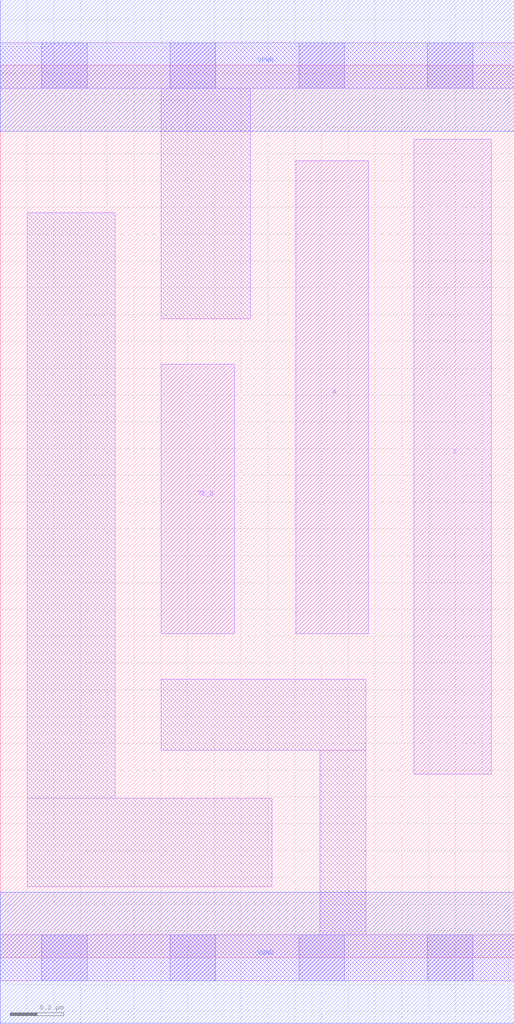
<source format=lef>
# Copyright 2020 The SkyWater PDK Authors
#
# Licensed under the Apache License, Version 2.0 (the "License");
# you may not use this file except in compliance with the License.
# You may obtain a copy of the License at
#
#     https://www.apache.org/licenses/LICENSE-2.0
#
# Unless required by applicable law or agreed to in writing, software
# distributed under the License is distributed on an "AS IS" BASIS,
# WITHOUT WARRANTIES OR CONDITIONS OF ANY KIND, either express or implied.
# See the License for the specific language governing permissions and
# limitations under the License.
#
# SPDX-License-Identifier: Apache-2.0

VERSION 5.7 ;
  NOWIREEXTENSIONATPIN ON ;
  DIVIDERCHAR "/" ;
  BUSBITCHARS "[]" ;
UNITS
  DATABASE MICRONS 200 ;
END UNITS
MACRO sky130_fd_sc_lp__einvn_0
  CLASS CORE ;
  FOREIGN sky130_fd_sc_lp__einvn_0 ;
  ORIGIN  0.000000  0.000000 ;
  SIZE  1.920000 BY  3.330000 ;
  SYMMETRY X Y R90 ;
  SITE unit ;
  PIN A
    ANTENNAGATEAREA  0.159000 ;
    DIRECTION INPUT ;
    USE SIGNAL ;
    PORT
      LAYER li1 ;
        RECT 1.105000 1.210000 1.375000 2.975000 ;
    END
  END A
  PIN TE_B
    ANTENNAGATEAREA  0.222000 ;
    DIRECTION INPUT ;
    USE SIGNAL ;
    PORT
      LAYER li1 ;
        RECT 0.600000 1.210000 0.875000 2.215000 ;
    END
  END TE_B
  PIN Z
    ANTENNADIFFAREA  0.280900 ;
    DIRECTION OUTPUT ;
    USE SIGNAL ;
    PORT
      LAYER li1 ;
        RECT 1.545000 0.685000 1.835000 3.055000 ;
    END
  END Z
  PIN VGND
    DIRECTION INOUT ;
    USE GROUND ;
    PORT
      LAYER met1 ;
        RECT 0.000000 -0.245000 1.920000 0.245000 ;
    END
  END VGND
  PIN VPWR
    DIRECTION INOUT ;
    USE POWER ;
    PORT
      LAYER met1 ;
        RECT 0.000000 3.085000 1.920000 3.575000 ;
    END
  END VPWR
  OBS
    LAYER li1 ;
      RECT 0.000000 -0.085000 1.920000 0.085000 ;
      RECT 0.000000  3.245000 1.920000 3.415000 ;
      RECT 0.100000  0.265000 1.015000 0.595000 ;
      RECT 0.100000  0.595000 0.430000 2.780000 ;
      RECT 0.600000  0.775000 1.365000 1.040000 ;
      RECT 0.600000  2.385000 0.935000 3.245000 ;
      RECT 1.195000  0.085000 1.365000 0.775000 ;
    LAYER mcon ;
      RECT 0.155000 -0.085000 0.325000 0.085000 ;
      RECT 0.155000  3.245000 0.325000 3.415000 ;
      RECT 0.635000 -0.085000 0.805000 0.085000 ;
      RECT 0.635000  3.245000 0.805000 3.415000 ;
      RECT 1.115000 -0.085000 1.285000 0.085000 ;
      RECT 1.115000  3.245000 1.285000 3.415000 ;
      RECT 1.595000 -0.085000 1.765000 0.085000 ;
      RECT 1.595000  3.245000 1.765000 3.415000 ;
  END
END sky130_fd_sc_lp__einvn_0
END LIBRARY

</source>
